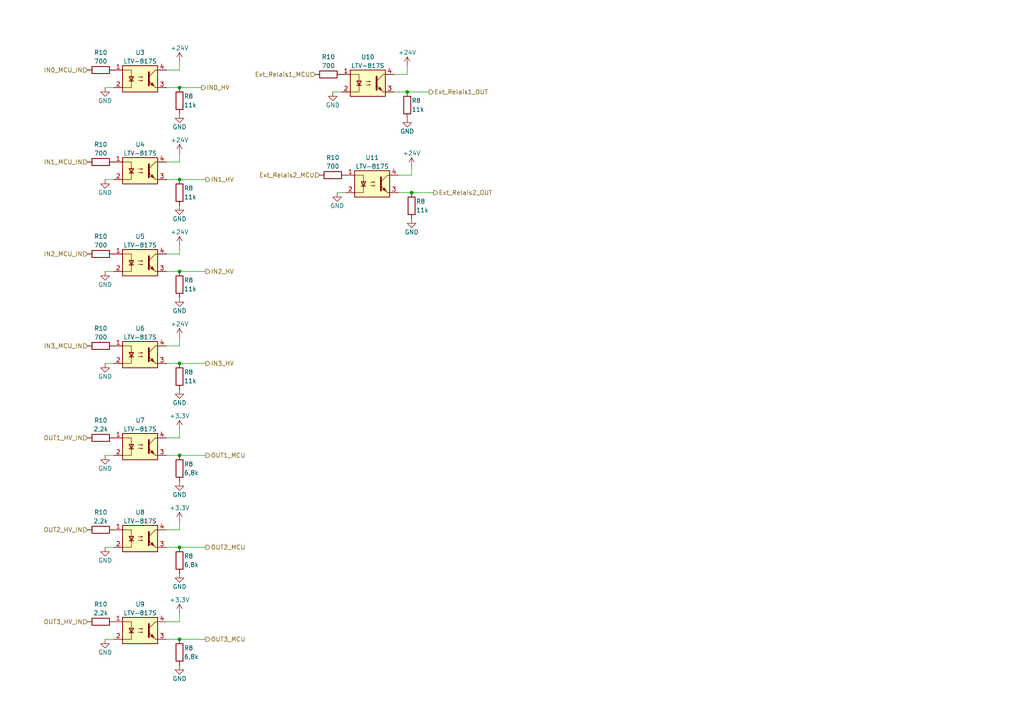
<source format=kicad_sch>
(kicad_sch (version 20230121) (generator eeschema)
  (paper "A4")
  (lib_symbols
    (symbol "Device:R" (pin_numbers hide) (pin_names (offset 0))
      (property "Reference" "R" (at 2.032 0 90))
      (property "Value" "R" (at 0 0 90))
      (symbol "R_0_1"
        (rectangle (start -1.016 -2.54) (end 1.016 2.54) (stroke (width 0.254)))
      )
      (symbol "R_1_1"
        (pin passive line (at 0 3.81 270) (length 1.27) (name "~") (number "1"))
        (pin passive line (at 0 -3.81 90) (length 1.27) (name "~") (number "2"))
      )
    )
    (symbol "Isolator:LTV-817S" (pin_names (offset 1.016))
      (property "Reference" "U" (at -3.81 5.08 0))
      (property "Value" "LTV-817S" (at 0 -5.08 0))
      (symbol "LTV-817S_1_1"
        (rectangle (start -5.08 3.81) (end 5.08 -3.81) (stroke (width 0.254)) (fill (type background)))
        (polyline (pts (xy -3.175 -0.635) (xy -1.905 -0.635)) (stroke (width 0.254)))
        (polyline (pts (xy 2.54 0.635) (xy 4.445 2.54)))
        (polyline (pts (xy 4.445 -2.54) (xy 2.54 -0.635)) (fill (type outline)))
        (polyline (pts (xy 4.445 -2.54) (xy 5.08 -2.54)))
        (polyline (pts (xy 4.445 2.54) (xy 5.08 2.54)))
        (polyline (pts (xy -5.08 2.54) (xy -2.54 2.54) (xy -2.54 -0.762)))
        (polyline (pts (xy -2.54 -0.635) (xy -2.54 -2.54) (xy -5.08 -2.54)))
        (polyline (pts (xy 2.54 1.905) (xy 2.54 -1.905) (xy 2.54 -1.905)) (stroke (width 0.508)))
        (polyline (pts (xy -2.54 -0.635) (xy -3.175 0.635) (xy -1.905 0.635) (xy -2.54 -0.635)) (stroke (width 0.254)))
        (polyline (pts (xy -0.508 -0.508) (xy 0.762 -0.508) (xy 0.381 -0.635) (xy 0.381 -0.381) (xy 0.762 -0.508)))
        (polyline (pts (xy -0.508 0.508) (xy 0.762 0.508) (xy 0.381 0.381) (xy 0.381 0.635) (xy 0.762 0.508)))
        (polyline (pts (xy 3.048 -1.651) (xy 3.556 -1.143) (xy 4.064 -2.159) (xy 3.048 -1.651) (xy 3.048 -1.651)) (fill (type outline)))
        (pin passive line (at -7.62 2.54 0) (length 2.54) (name "~") (number "1"))
        (pin passive line (at -7.62 -2.54 0) (length 2.54) (name "~") (number "2"))
        (pin passive line (at 7.62 -2.54 180) (length 2.54) (name "~") (number "3"))
        (pin passive line (at 7.62 2.54 180) (length 2.54) (name "~") (number "4"))
      )
    )
    (symbol "power:+24V" (power) (pin_names (offset 0))
      (property "Value" "+24V" (at 0 3.556 0))
      (symbol "+24V_0_1"
        (polyline (pts (xy -0.762 1.27) (xy 0 2.54)))
        (polyline (pts (xy 0 0) (xy 0 2.54)))
        (polyline (pts (xy 0 2.54) (xy 0.762 1.27)))
      )
      (symbol "+24V_1_1"
        (pin power_in line (at 0 0 90) (length 0) hide (name "+24V") (number "1"))
      )
    )
    (symbol "power:+3.3V" (power) (pin_names (offset 0))
      (property "Value" "+3.3V" (at 0 3.556 0))
      (symbol "+3.3V_0_1"
        (polyline (pts (xy -0.762 1.27) (xy 0 2.54)))
        (polyline (pts (xy 0 0) (xy 0 2.54)))
        (polyline (pts (xy 0 2.54) (xy 0.762 1.27)))
      )
      (symbol "+3.3V_1_1"
        (pin power_in line (at 0 0 90) (length 0) hide (name "+3.3V") (number "1"))
      )
    )
    (symbol "power:GND" (power) (pin_names (offset 0))
      (property "Value" "GND" (at 0 -3.81 0))
      (symbol "GND_0_1"
        (polyline (pts (xy 0 0) (xy 0 -1.27) (xy 1.27 -1.27) (xy 0 -2.54) (xy -1.27 -1.27) (xy 0 -1.27)))
      )
      (symbol "GND_1_1"
        (pin power_in line (at 0 0 270) (length 0) hide (name "GND") (number "1"))
      )
    )
  )
  (junction (at 52.07 78.74))
  (junction (at 119.38 55.88))
  (junction (at 52.07 52.07))
  (junction (at 52.07 158.75))
  (junction (at 52.07 185.42))
  (junction (at 52.07 105.41))
  (junction (at 52.07 132.08))
  (junction (at 52.07 25.4))
  (junction (at 118.11 26.67))
  (wire (pts (xy 52.07 52.07) (xy 59.69 52.07)))
  (wire (pts (xy 52.07 158.75) (xy 59.69 158.75)))
  (wire (pts (xy 52.07 180.34) (xy 48.26 180.34)))
  (wire (pts (xy 30.48 158.75) (xy 33.02 158.75)))
  (wire (pts (xy 48.26 105.41) (xy 52.07 105.41)))
  (wire (pts (xy 52.07 127) (xy 48.26 127)))
  (wire (pts (xy 48.26 158.75) (xy 52.07 158.75)))
  (wire (pts (xy 48.26 132.08) (xy 52.07 132.08)))
  (wire (pts (xy 118.11 21.59) (xy 114.3 21.59)))
  (wire (pts (xy 52.07 124.46) (xy 52.07 127)))
  (wire (pts (xy 114.3 26.67) (xy 118.11 26.67)))
  (wire (pts (xy 52.07 25.4) (xy 58.42 25.4)))
  (wire (pts (xy 48.26 52.07) (xy 52.07 52.07)))
  (wire (pts (xy 96.52 26.67) (xy 99.06 26.67)))
  (wire (pts (xy 52.07 185.42) (xy 59.69 185.42)))
  (wire (pts (xy 52.07 177.8) (xy 52.07 180.34)))
  (wire (pts (xy 52.07 153.67) (xy 48.26 153.67)))
  (wire (pts (xy 97.79 55.88) (xy 100.33 55.88)))
  (wire (pts (xy 52.07 151.13) (xy 52.07 153.67)))
  (wire (pts (xy 48.26 25.4) (xy 52.07 25.4)))
  (wire (pts (xy 48.26 78.74) (xy 52.07 78.74)))
  (wire (pts (xy 52.07 46.99) (xy 48.26 46.99)))
  (wire (pts (xy 118.11 19.05) (xy 118.11 21.59)))
  (wire (pts (xy 48.26 185.42) (xy 52.07 185.42)))
  (wire (pts (xy 119.38 48.26) (xy 119.38 50.8)))
  (wire (pts (xy 119.38 50.8) (xy 115.57 50.8)))
  (wire (pts (xy 30.48 25.4) (xy 33.02 25.4)))
  (wire (pts (xy 52.07 132.08) (xy 59.69 132.08)))
  (wire (pts (xy 30.48 132.08) (xy 33.02 132.08)))
  (wire (pts (xy 52.07 73.66) (xy 48.26 73.66)))
  (wire (pts (xy 52.07 78.74) (xy 59.69 78.74)))
  (wire (pts (xy 52.07 17.78) (xy 52.07 20.32)))
  (wire (pts (xy 52.07 100.33) (xy 48.26 100.33)))
  (wire (pts (xy 30.48 185.42) (xy 33.02 185.42)))
  (wire (pts (xy 115.57 55.88) (xy 119.38 55.88)))
  (wire (pts (xy 118.11 26.67) (xy 124.46 26.67)))
  (wire (pts (xy 52.07 105.41) (xy 59.69 105.41)))
  (wire (pts (xy 30.48 105.41) (xy 33.02 105.41)))
  (wire (pts (xy 52.07 44.45) (xy 52.07 46.99)))
  (wire (pts (xy 119.38 55.88) (xy 125.73 55.88)))
  (wire (pts (xy 30.48 52.07) (xy 33.02 52.07)))
  (wire (pts (xy 52.07 97.79) (xy 52.07 100.33)))
  (wire (pts (xy 52.07 20.32) (xy 48.26 20.32)))
  (wire (pts (xy 30.48 78.74) (xy 33.02 78.74)))
  (wire (pts (xy 52.07 71.12) (xy 52.07 73.66)))
  (hierarchical_label "Ext_Relais2_MCU" (shape input) (at 92.71 50.8 180))
  (hierarchical_label "OUT1_HV_IN" (shape input) (at 25.4 127 180))
  (hierarchical_label "Ext_Relais1_OUT" (shape output) (at 124.46 26.67 0))
  (hierarchical_label "Ext_Relais1_MCU" (shape input) (at 91.44 21.59 180))
  (hierarchical_label "OUT1_MCU" (shape output) (at 59.69 132.08 0))
  (hierarchical_label "IN0_HV" (shape output) (at 58.42 25.4 0))
  (hierarchical_label "IN2_MCU_IN" (shape input) (at 25.4 73.66 180))
  (hierarchical_label "IN0_MCU_IN" (shape input) (at 25.4 20.32 180))
  (hierarchical_label "IN2_HV" (shape output) (at 59.69 78.74 0))
  (hierarchical_label "IN3_MCU_IN" (shape input) (at 25.4 100.33 180))
  (hierarchical_label "IN1_HV" (shape output) (at 59.69 52.07 0))
  (hierarchical_label "IN1_MCU_IN" (shape input) (at 25.4 46.99 180))
  (hierarchical_label "OUT2_HV_IN" (shape input) (at 25.4 153.67 180))
  (hierarchical_label "OUT3_MCU" (shape output) (at 59.69 185.42 0))
  (hierarchical_label "OUT2_MCU" (shape output) (at 59.69 158.75 0))
  (hierarchical_label "OUT3_HV_IN" (shape input) (at 25.4 180.34 180))
  (hierarchical_label "Ext_Relais2_OUT" (shape output) (at 125.73 55.88 0))
  (hierarchical_label "IN3_HV" (shape output) (at 59.69 105.41 0))
  (symbol (lib_id "power:+24V") (at 52.07 97.79 0) (unit 1)
    (property "Reference" "#PWR045" (effects hide))
    (property "Value" "+24V" (at 52.07 93.98 0))
  )
  (symbol (lib_id "power:GND") (at 30.48 78.74 0) (unit 1)
    (property "Reference" "#PWR041" (effects hide))
    (property "Value" "GND" (at 30.48 82.55 0))
  )
  (symbol (lib_id "power:+3.3V") (at 52.07 124.46 0) (unit 1)
    (property "Reference" "#PWR048" (effects hide))
    (property "Value" "+3.3V" (at 52.07 120.65 0))
  )
  (symbol (lib_id "power:+24V") (at 118.11 19.05 0) (unit 1)
    (property "Reference" "#PWR067" (effects hide))
    (property "Value" "+24V" (at 118.11 15.24 0))
  )
  (symbol (lib_id "Device:R") (at 29.21 73.66 90) (unit 1)
    (property "Reference" "R10" (at 29.21 68.58 90))
    (property "Value" "700" (at 29.21 71.12 90))
    (property "Footprint" "Resistor_SMD:R_1206_3216Metric" (effects hide))
  )
  (symbol (lib_id "power:GND") (at 30.48 52.07 0) (unit 1)
    (property "Reference" "#PWR038" (effects hide))
    (property "Value" "GND" (at 30.48 55.88 0))
  )
  (symbol (lib_id "power:+24V") (at 119.38 48.26 0) (unit 1)
    (property "Reference" "#PWR070" (effects hide))
    (property "Value" "+24V" (at 119.38 44.45 0))
  )
  (symbol (lib_id "power:+3.3V") (at 52.07 177.8 0) (unit 1)
    (property "Reference" "#PWR054" (effects hide))
    (property "Value" "+3.3V" (at 52.07 173.99 0))
  )
  (symbol (lib_id "Isolator:LTV-817S") (at 40.64 22.86 0) (unit 1)
    (property "Reference" "U3" (at 40.64 15.24 0))
    (property "Value" "LTV-817S" (at 40.64 17.78 0))
    (property "Footprint" "Package_DIP:SMDIP-4_W7.62mm" (effects hide))
    (property "Datasheet" "http://www.us.liteon.com/downloads/LTV-817-827-847.PDF" (effects hide))
  )
  (symbol (lib_id "power:GND") (at 119.38 63.5 0) (unit 1)
    (property "Reference" "#PWR073" (effects hide))
    (property "Value" "GND" (at 119.38 67.31 0))
  )
  (symbol (lib_id "Device:R") (at 29.21 20.32 90) (unit 1)
    (property "Reference" "R10" (at 29.21 15.24 90))
    (property "Value" "700" (at 29.21 17.78 90))
    (property "Footprint" "Resistor_SMD:R_1206_3216Metric" (effects hide))
  )
  (symbol (lib_id "power:+24V") (at 52.07 44.45 0) (unit 1)
    (property "Reference" "#PWR039" (effects hide))
    (property "Value" "+24V" (at 52.07 40.64 0))
  )
  (symbol (lib_id "Device:R") (at 52.07 109.22 0) (unit 1)
    (property "Reference" "R8" (at 53.34 107.95 0) (effects (justify left)))
    (property "Value" "11k" (at 53.34 110.49 0) (effects (justify left)))
    (property "Footprint" "Resistor_SMD:R_1206_3216Metric" (effects hide))
  )
  (symbol (lib_id "power:GND") (at 52.07 113.03 0) (unit 1)
    (property "Reference" "#PWR046" (effects hide))
    (property "Value" "GND" (at 52.07 116.84 0))
  )
  (symbol (lib_id "power:GND") (at 30.48 132.08 0) (unit 1)
    (property "Reference" "#PWR047" (effects hide))
    (property "Value" "GND" (at 30.48 135.89 0))
  )
  (symbol (lib_id "power:GND") (at 52.07 59.69 0) (unit 1)
    (property "Reference" "#PWR040" (effects hide))
    (property "Value" "GND" (at 52.07 63.5 0))
  )
  (symbol (lib_id "Device:R") (at 29.21 180.34 90) (unit 1)
    (property "Reference" "R10" (at 29.21 175.26 90))
    (property "Value" "2,2k" (at 29.21 177.8 90))
    (property "Footprint" "Resistor_SMD:R_1206_3216Metric" (effects hide))
  )
  (symbol (lib_id "Isolator:LTV-817S") (at 40.64 102.87 0) (unit 1)
    (property "Reference" "U6" (at 40.64 95.25 0))
    (property "Value" "LTV-817S" (at 40.64 97.79 0))
    (property "Footprint" "Package_DIP:SMDIP-4_W7.62mm" (effects hide))
    (property "Datasheet" "http://www.us.liteon.com/downloads/LTV-817-827-847.PDF" (effects hide))
  )
  (symbol (lib_id "power:+24V") (at 52.07 17.78 0) (unit 1)
    (property "Reference" "#PWR036" (effects hide))
    (property "Value" "+24V" (at 52.07 13.97 0))
  )
  (symbol (lib_id "Device:R") (at 118.11 30.48 0) (unit 1)
    (property "Reference" "R8" (at 119.38 29.21 0) (effects (justify left)))
    (property "Value" "11k" (at 119.38 31.75 0) (effects (justify left)))
    (property "Footprint" "Resistor_SMD:R_1206_3216Metric" (effects hide))
  )
  (symbol (lib_id "power:GND") (at 52.07 166.37 0) (unit 1)
    (property "Reference" "#PWR052" (effects hide))
    (property "Value" "GND" (at 52.07 170.18 0))
  )
  (symbol (lib_id "power:GND") (at 97.79 55.88 0) (unit 1)
    (property "Reference" "#PWR069" (effects hide))
    (property "Value" "GND" (at 97.79 59.69 0))
  )
  (symbol (lib_id "power:GND") (at 52.07 86.36 0) (unit 1)
    (property "Reference" "#PWR043" (effects hide))
    (property "Value" "GND" (at 52.07 90.17 0))
  )
  (symbol (lib_id "Isolator:LTV-817S") (at 40.64 49.53 0) (unit 1)
    (property "Reference" "U4" (at 40.64 41.91 0))
    (property "Value" "LTV-817S" (at 40.64 44.45 0))
    (property "Footprint" "Package_DIP:SMDIP-4_W7.62mm" (effects hide))
    (property "Datasheet" "http://www.us.liteon.com/downloads/LTV-817-827-847.PDF" (effects hide))
  )
  (symbol (lib_id "Isolator:LTV-817S") (at 40.64 129.54 0) (unit 1)
    (property "Reference" "U7" (at 40.64 121.92 0))
    (property "Value" "LTV-817S" (at 40.64 124.46 0))
    (property "Footprint" "Package_DIP:SMDIP-4_W7.62mm" (effects hide))
    (property "Datasheet" "http://www.us.liteon.com/downloads/LTV-817-827-847.PDF" (effects hide))
  )
  (symbol (lib_id "power:GND") (at 30.48 158.75 0) (unit 1)
    (property "Reference" "#PWR050" (effects hide))
    (property "Value" "GND" (at 30.48 162.56 0))
  )
  (symbol (lib_id "Isolator:LTV-817S") (at 106.68 24.13 0) (unit 1)
    (property "Reference" "U10" (at 106.68 16.51 0))
    (property "Value" "LTV-817S" (at 106.68 19.05 0))
    (property "Footprint" "Package_DIP:SMDIP-4_W7.62mm" (effects hide))
    (property "Datasheet" "http://www.us.liteon.com/downloads/LTV-817-827-847.PDF" (effects hide))
  )
  (symbol (lib_id "power:GND") (at 52.07 139.7 0) (unit 1)
    (property "Reference" "#PWR049" (effects hide))
    (property "Value" "GND" (at 52.07 143.51 0))
  )
  (symbol (lib_id "Device:R") (at 52.07 82.55 0) (unit 1)
    (property "Reference" "R8" (at 53.34 81.28 0) (effects (justify left)))
    (property "Value" "11k" (at 53.34 83.82 0) (effects (justify left)))
    (property "Footprint" "Resistor_SMD:R_1206_3216Metric" (effects hide))
  )
  (symbol (lib_id "Device:R") (at 52.07 189.23 0) (unit 1)
    (property "Reference" "R8" (at 53.34 187.96 0) (effects (justify left)))
    (property "Value" "6,8k" (at 53.34 190.5 0) (effects (justify left)))
    (property "Footprint" "Resistor_SMD:R_1206_3216Metric" (effects hide))
  )
  (symbol (lib_id "power:GND") (at 96.52 26.67 0) (unit 1)
    (property "Reference" "#PWR063" (effects hide))
    (property "Value" "GND" (at 96.52 30.48 0))
  )
  (symbol (lib_id "Device:R") (at 52.07 135.89 0) (unit 1)
    (property "Reference" "R8" (at 53.34 134.62 0) (effects (justify left)))
    (property "Value" "6,8k" (at 53.34 137.16 0) (effects (justify left)))
    (property "Footprint" "Resistor_SMD:R_1206_3216Metric" (effects hide))
  )
  (symbol (lib_id "Isolator:LTV-817S") (at 40.64 76.2 0) (unit 1)
    (property "Reference" "U5" (at 40.64 68.58 0))
    (property "Value" "LTV-817S" (at 40.64 71.12 0))
    (property "Footprint" "Package_DIP:SMDIP-4_W7.62mm" (effects hide))
    (property "Datasheet" "http://www.us.liteon.com/downloads/LTV-817-827-847.PDF" (effects hide))
  )
  (symbol (lib_id "Device:R") (at 52.07 55.88 0) (unit 1)
    (property "Reference" "R8" (at 53.34 54.61 0) (effects (justify left)))
    (property "Value" "11k" (at 53.34 57.15 0) (effects (justify left)))
    (property "Footprint" "Resistor_SMD:R_1206_3216Metric" (effects hide))
  )
  (symbol (lib_id "power:GND") (at 30.48 185.42 0) (unit 1)
    (property "Reference" "#PWR053" (effects hide))
    (property "Value" "GND" (at 30.48 189.23 0))
  )
  (symbol (lib_id "power:+3.3V") (at 52.07 151.13 0) (unit 1)
    (property "Reference" "#PWR051" (effects hide))
    (property "Value" "+3.3V" (at 52.07 147.32 0))
  )
  (symbol (lib_id "Device:R") (at 29.21 46.99 90) (unit 1)
    (property "Reference" "R10" (at 29.21 41.91 90))
    (property "Value" "700" (at 29.21 44.45 90))
    (property "Footprint" "Resistor_SMD:R_1206_3216Metric" (effects hide))
  )
  (symbol (lib_id "Device:R") (at 95.25 21.59 90) (unit 1)
    (property "Reference" "R10" (at 95.25 16.51 90))
    (property "Value" "700" (at 95.25 19.05 90))
    (property "Footprint" "Resistor_SMD:R_1206_3216Metric" (effects hide))
  )
  (symbol (lib_id "power:GND") (at 52.07 33.02 0) (unit 1)
    (property "Reference" "#PWR037" (effects hide))
    (property "Value" "GND" (at 52.07 36.83 0))
  )
  (symbol (lib_id "Device:R") (at 96.52 50.8 90) (unit 1)
    (property "Reference" "R10" (at 96.52 45.72 90))
    (property "Value" "700" (at 96.52 48.26 90))
    (property "Footprint" "Resistor_SMD:R_1206_3216Metric" (effects hide))
  )
  (symbol (lib_id "Isolator:LTV-817S") (at 40.64 182.88 0) (unit 1)
    (property "Reference" "U9" (at 40.64 175.26 0))
    (property "Value" "LTV-817S" (at 40.64 177.8 0))
    (property "Footprint" "Package_DIP:SMDIP-4_W7.62mm" (effects hide))
    (property "Datasheet" "http://www.us.liteon.com/downloads/LTV-817-827-847.PDF" (effects hide))
  )
  (symbol (lib_id "Device:R") (at 29.21 153.67 90) (unit 1)
    (property "Reference" "R10" (at 29.21 148.59 90))
    (property "Value" "2,2k" (at 29.21 151.13 90))
    (property "Footprint" "Resistor_SMD:R_1206_3216Metric" (effects hide))
  )
  (symbol (lib_id "power:GND") (at 30.48 25.4 0) (unit 1)
    (property "Reference" "#PWR035" (effects hide))
    (property "Value" "GND" (at 30.48 29.21 0))
  )
  (symbol (lib_id "Isolator:LTV-817S") (at 107.95 53.34 0) (unit 1)
    (property "Reference" "U11" (at 107.95 45.72 0))
    (property "Value" "LTV-817S" (at 107.95 48.26 0))
    (property "Footprint" "Package_DIP:SMDIP-4_W7.62mm" (effects hide))
    (property "Datasheet" "http://www.us.liteon.com/downloads/LTV-817-827-847.PDF" (effects hide))
  )
  (symbol (lib_id "power:GND") (at 30.48 105.41 0) (unit 1)
    (property "Reference" "#PWR044" (effects hide))
    (property "Value" "GND" (at 30.48 109.22 0))
  )
  (symbol (lib_id "Device:R") (at 52.07 29.21 0) (unit 1)
    (property "Reference" "R8" (at 53.34 27.94 0) (effects (justify left)))
    (property "Value" "11k" (at 53.34 30.48 0) (effects (justify left)))
    (property "Footprint" "Resistor_SMD:R_1206_3216Metric" (effects hide))
  )
  (symbol (lib_id "Device:R") (at 119.38 59.69 0) (unit 1)
    (property "Reference" "R8" (at 120.65 58.42 0) (effects (justify left)))
    (property "Value" "11k" (at 120.65 60.96 0) (effects (justify left)))
    (property "Footprint" "Resistor_SMD:R_1206_3216Metric" (effects hide))
  )
  (symbol (lib_id "Device:R") (at 29.21 127 90) (unit 1)
    (property "Reference" "R10" (at 29.21 121.92 90))
    (property "Value" "2,2k" (at 29.21 124.46 90))
    (property "Footprint" "Resistor_SMD:R_1206_3216Metric" (effects hide))
  )
  (symbol (lib_id "power:+24V") (at 52.07 71.12 0) (unit 1)
    (property "Reference" "#PWR042" (effects hide))
    (property "Value" "+24V" (at 52.07 67.31 0))
  )
  (symbol (lib_id "Isolator:LTV-817S") (at 40.64 156.21 0) (unit 1)
    (property "Reference" "U8" (at 40.64 148.59 0))
    (property "Value" "LTV-817S" (at 40.64 151.13 0))
    (property "Footprint" "Package_DIP:SMDIP-4_W7.62mm" (effects hide))
    (property "Datasheet" "http://www.us.liteon.com/downloads/LTV-817-827-847.PDF" (effects hide))
  )
  (symbol (lib_id "Device:R") (at 29.21 100.33 90) (unit 1)
    (property "Reference" "R10" (at 29.21 95.25 90))
    (property "Value" "700" (at 29.21 97.79 90))
    (property "Footprint" "Resistor_SMD:R_1206_3216Metric" (effects hide))
  )
  (symbol (lib_id "Device:R") (at 52.07 162.56 0) (unit 1)
    (property "Reference" "R8" (at 53.34 161.29 0) (effects (justify left)))
    (property "Value" "6,8k" (at 53.34 163.83 0) (effects (justify left)))
    (property "Footprint" "Resistor_SMD:R_1206_3216Metric" (effects hide))
  )
  (symbol (lib_id "power:GND") (at 52.07 193.04 0) (unit 1)
    (property "Reference" "#PWR055" (effects hide))
    (property "Value" "GND" (at 52.07 196.85 0))
  )
  (symbol (lib_id "power:GND") (at 118.11 34.29 0) (unit 1)
    (property "Reference" "#PWR068" (effects hide))
    (property "Value" "GND" (at 118.11 38.1 0))
  )
)
</source>
